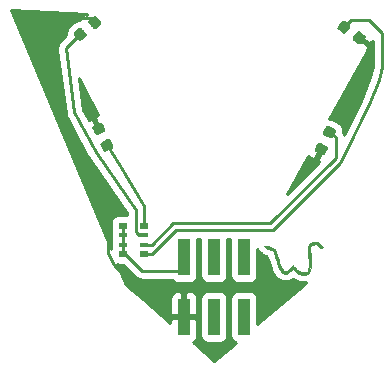
<source format=gbr>
G04 #@! TF.GenerationSoftware,KiCad,Pcbnew,5.1.2*
G04 #@! TF.CreationDate,2019-07-09T10:29:53-05:00*
G04 #@! TF.ProjectId,Goron's_Ruby,476f726f-6e27-4735-9f52-7562792e6b69,rev?*
G04 #@! TF.SameCoordinates,Original*
G04 #@! TF.FileFunction,Copper,L2,Bot*
G04 #@! TF.FilePolarity,Positive*
%FSLAX46Y46*%
G04 Gerber Fmt 4.6, Leading zero omitted, Abs format (unit mm)*
G04 Created by KiCad (PCBNEW 5.1.2) date 2019-07-09 10:29:53*
%MOMM*%
%LPD*%
G04 APERTURE LIST*
%ADD10C,0.010000*%
%ADD11C,0.100000*%
%ADD12C,0.875000*%
%ADD13R,1.000000X3.150000*%
%ADD14R,0.800000X0.500000*%
%ADD15R,0.800000X0.400000*%
%ADD16C,0.600000*%
%ADD17C,0.250000*%
%ADD18C,0.254000*%
G04 APERTURE END LIST*
D10*
G36*
X154860587Y-114799101D02*
G01*
X154677524Y-114891441D01*
X154541592Y-115025243D01*
X154534211Y-115036445D01*
X154495704Y-115106560D01*
X154474213Y-115181161D01*
X154467740Y-115281906D01*
X154474287Y-115430454D01*
X154485088Y-115569000D01*
X154498682Y-115777176D01*
X154509873Y-116035106D01*
X154517394Y-116307886D01*
X154519962Y-116529064D01*
X154519221Y-116761042D01*
X154514387Y-116925025D01*
X154503305Y-117037664D01*
X154483820Y-117115610D01*
X154453775Y-117175512D01*
X154432268Y-117206397D01*
X154346398Y-117291274D01*
X154232822Y-117331004D01*
X154159984Y-117339227D01*
X153912110Y-117320096D01*
X153684281Y-117222890D01*
X153470656Y-117044818D01*
X153415776Y-116983825D01*
X153311108Y-116870241D01*
X153220934Y-116788178D01*
X153163859Y-116754453D01*
X153161888Y-116754334D01*
X153106245Y-116787452D01*
X153032818Y-116871096D01*
X153000495Y-116918393D01*
X152853131Y-117109127D01*
X152703087Y-117223226D01*
X152555716Y-117259020D01*
X152416369Y-117214837D01*
X152322029Y-117130223D01*
X152241347Y-117021415D01*
X152171066Y-116893458D01*
X152103918Y-116729221D01*
X152032636Y-116511574D01*
X151974015Y-116309834D01*
X151914550Y-116099010D01*
X151852317Y-115879557D01*
X151798667Y-115691471D01*
X151787754Y-115653442D01*
X151708584Y-115378050D01*
X151280435Y-115214582D01*
X151062433Y-115135972D01*
X150914002Y-115093703D01*
X150828999Y-115086227D01*
X150807855Y-115095545D01*
X150777323Y-115154474D01*
X150810260Y-115214145D01*
X150912714Y-115279634D01*
X151090730Y-115356021D01*
X151140113Y-115374600D01*
X151299737Y-115436840D01*
X151430704Y-115493866D01*
X151510730Y-115535783D01*
X151521473Y-115543933D01*
X151549685Y-115600037D01*
X151593474Y-115721746D01*
X151647447Y-115892637D01*
X151706210Y-116096288D01*
X151722749Y-116156804D01*
X151833263Y-116538610D01*
X151939349Y-116843568D01*
X152045154Y-117079062D01*
X152154827Y-117252475D01*
X152272515Y-117371190D01*
X152402365Y-117442591D01*
X152453931Y-117458398D01*
X152627621Y-117461191D01*
X152811426Y-117394646D01*
X152983741Y-117267924D01*
X153037431Y-117210944D01*
X153188489Y-117034467D01*
X153358458Y-117211355D01*
X153542966Y-117377866D01*
X153726288Y-117480737D01*
X153939082Y-117534778D01*
X154053587Y-117547186D01*
X154211029Y-117553485D01*
X154320094Y-117537957D01*
X154415756Y-117493620D01*
X154457666Y-117466552D01*
X154585913Y-117338677D01*
X154677302Y-117151493D01*
X154732345Y-116901317D01*
X154751551Y-116584461D01*
X154735431Y-116197242D01*
X154690818Y-115783076D01*
X154662055Y-115531873D01*
X154654811Y-115348459D01*
X154672863Y-115217833D01*
X154719991Y-115124997D01*
X154799973Y-115054951D01*
X154886298Y-115007122D01*
X155031342Y-114962101D01*
X155169703Y-114980585D01*
X155317459Y-115067350D01*
X155433421Y-115169650D01*
X155528884Y-115255110D01*
X155591491Y-115285811D01*
X155643708Y-115271090D01*
X155656473Y-115262361D01*
X155703927Y-115217661D01*
X155697648Y-115168669D01*
X155659475Y-115109482D01*
X155550040Y-114996072D01*
X155397499Y-114889287D01*
X155232595Y-114806782D01*
X155086072Y-114766212D01*
X155059026Y-114764667D01*
X154860587Y-114799101D01*
X154860587Y-114799101D01*
G37*
X154860587Y-114799101D02*
X154677524Y-114891441D01*
X154541592Y-115025243D01*
X154534211Y-115036445D01*
X154495704Y-115106560D01*
X154474213Y-115181161D01*
X154467740Y-115281906D01*
X154474287Y-115430454D01*
X154485088Y-115569000D01*
X154498682Y-115777176D01*
X154509873Y-116035106D01*
X154517394Y-116307886D01*
X154519962Y-116529064D01*
X154519221Y-116761042D01*
X154514387Y-116925025D01*
X154503305Y-117037664D01*
X154483820Y-117115610D01*
X154453775Y-117175512D01*
X154432268Y-117206397D01*
X154346398Y-117291274D01*
X154232822Y-117331004D01*
X154159984Y-117339227D01*
X153912110Y-117320096D01*
X153684281Y-117222890D01*
X153470656Y-117044818D01*
X153415776Y-116983825D01*
X153311108Y-116870241D01*
X153220934Y-116788178D01*
X153163859Y-116754453D01*
X153161888Y-116754334D01*
X153106245Y-116787452D01*
X153032818Y-116871096D01*
X153000495Y-116918393D01*
X152853131Y-117109127D01*
X152703087Y-117223226D01*
X152555716Y-117259020D01*
X152416369Y-117214837D01*
X152322029Y-117130223D01*
X152241347Y-117021415D01*
X152171066Y-116893458D01*
X152103918Y-116729221D01*
X152032636Y-116511574D01*
X151974015Y-116309834D01*
X151914550Y-116099010D01*
X151852317Y-115879557D01*
X151798667Y-115691471D01*
X151787754Y-115653442D01*
X151708584Y-115378050D01*
X151280435Y-115214582D01*
X151062433Y-115135972D01*
X150914002Y-115093703D01*
X150828999Y-115086227D01*
X150807855Y-115095545D01*
X150777323Y-115154474D01*
X150810260Y-115214145D01*
X150912714Y-115279634D01*
X151090730Y-115356021D01*
X151140113Y-115374600D01*
X151299737Y-115436840D01*
X151430704Y-115493866D01*
X151510730Y-115535783D01*
X151521473Y-115543933D01*
X151549685Y-115600037D01*
X151593474Y-115721746D01*
X151647447Y-115892637D01*
X151706210Y-116096288D01*
X151722749Y-116156804D01*
X151833263Y-116538610D01*
X151939349Y-116843568D01*
X152045154Y-117079062D01*
X152154827Y-117252475D01*
X152272515Y-117371190D01*
X152402365Y-117442591D01*
X152453931Y-117458398D01*
X152627621Y-117461191D01*
X152811426Y-117394646D01*
X152983741Y-117267924D01*
X153037431Y-117210944D01*
X153188489Y-117034467D01*
X153358458Y-117211355D01*
X153542966Y-117377866D01*
X153726288Y-117480737D01*
X153939082Y-117534778D01*
X154053587Y-117547186D01*
X154211029Y-117553485D01*
X154320094Y-117537957D01*
X154415756Y-117493620D01*
X154457666Y-117466552D01*
X154585913Y-117338677D01*
X154677302Y-117151493D01*
X154732345Y-116901317D01*
X154751551Y-116584461D01*
X154735431Y-116197242D01*
X154690818Y-115783076D01*
X154662055Y-115531873D01*
X154654811Y-115348459D01*
X154672863Y-115217833D01*
X154719991Y-115124997D01*
X154799973Y-115054951D01*
X154886298Y-115007122D01*
X155031342Y-114962101D01*
X155169703Y-114980585D01*
X155317459Y-115067350D01*
X155433421Y-115169650D01*
X155528884Y-115255110D01*
X155591491Y-115285811D01*
X155643708Y-115271090D01*
X155656473Y-115262361D01*
X155703927Y-115217661D01*
X155697648Y-115168669D01*
X155659475Y-115109482D01*
X155550040Y-114996072D01*
X155397499Y-114889287D01*
X155232595Y-114806782D01*
X155086072Y-114766212D01*
X155059026Y-114764667D01*
X154860587Y-114799101D01*
D11*
G36*
X136918704Y-104666504D02*
G01*
X136939807Y-104670439D01*
X136960423Y-104676424D01*
X136980353Y-104684400D01*
X136999406Y-104694292D01*
X137017397Y-104706003D01*
X137034153Y-104719422D01*
X137049514Y-104734418D01*
X137063330Y-104750848D01*
X137075470Y-104768553D01*
X137085816Y-104787362D01*
X137277604Y-105180585D01*
X137286057Y-105200318D01*
X137292534Y-105220785D01*
X137296975Y-105241788D01*
X137299335Y-105263124D01*
X137299593Y-105284590D01*
X137297745Y-105305977D01*
X137293810Y-105327081D01*
X137287825Y-105347697D01*
X137279849Y-105367627D01*
X137269957Y-105386679D01*
X137258246Y-105404671D01*
X137244827Y-105421427D01*
X137229831Y-105436788D01*
X137213401Y-105450604D01*
X137195696Y-105462744D01*
X137176887Y-105473090D01*
X136716255Y-105697755D01*
X136696522Y-105706208D01*
X136676055Y-105712685D01*
X136655052Y-105717126D01*
X136633715Y-105719486D01*
X136612250Y-105719744D01*
X136590862Y-105717896D01*
X136569759Y-105713961D01*
X136549143Y-105707976D01*
X136529213Y-105700000D01*
X136510160Y-105690108D01*
X136492169Y-105678397D01*
X136475413Y-105664978D01*
X136460052Y-105649982D01*
X136446236Y-105633552D01*
X136434096Y-105615847D01*
X136423750Y-105597038D01*
X136231962Y-105203815D01*
X136223509Y-105184082D01*
X136217032Y-105163615D01*
X136212591Y-105142612D01*
X136210231Y-105121276D01*
X136209973Y-105099810D01*
X136211821Y-105078423D01*
X136215756Y-105057319D01*
X136221741Y-105036703D01*
X136229717Y-105016773D01*
X136239609Y-104997721D01*
X136251320Y-104979729D01*
X136264739Y-104962973D01*
X136279735Y-104947612D01*
X136296165Y-104933796D01*
X136313870Y-104921656D01*
X136332679Y-104911310D01*
X136793311Y-104686645D01*
X136813044Y-104678192D01*
X136833511Y-104671715D01*
X136854514Y-104667274D01*
X136875851Y-104664914D01*
X136897316Y-104664656D01*
X136918704Y-104666504D01*
X136918704Y-104666504D01*
G37*
D12*
X136754783Y-105192200D03*
D11*
G36*
X137609138Y-106082104D02*
G01*
X137630241Y-106086039D01*
X137650857Y-106092024D01*
X137670787Y-106100000D01*
X137689840Y-106109892D01*
X137707831Y-106121603D01*
X137724587Y-106135022D01*
X137739948Y-106150018D01*
X137753764Y-106166448D01*
X137765904Y-106184153D01*
X137776250Y-106202962D01*
X137968038Y-106596185D01*
X137976491Y-106615918D01*
X137982968Y-106636385D01*
X137987409Y-106657388D01*
X137989769Y-106678724D01*
X137990027Y-106700190D01*
X137988179Y-106721577D01*
X137984244Y-106742681D01*
X137978259Y-106763297D01*
X137970283Y-106783227D01*
X137960391Y-106802279D01*
X137948680Y-106820271D01*
X137935261Y-106837027D01*
X137920265Y-106852388D01*
X137903835Y-106866204D01*
X137886130Y-106878344D01*
X137867321Y-106888690D01*
X137406689Y-107113355D01*
X137386956Y-107121808D01*
X137366489Y-107128285D01*
X137345486Y-107132726D01*
X137324149Y-107135086D01*
X137302684Y-107135344D01*
X137281296Y-107133496D01*
X137260193Y-107129561D01*
X137239577Y-107123576D01*
X137219647Y-107115600D01*
X137200594Y-107105708D01*
X137182603Y-107093997D01*
X137165847Y-107080578D01*
X137150486Y-107065582D01*
X137136670Y-107049152D01*
X137124530Y-107031447D01*
X137114184Y-107012638D01*
X136922396Y-106619415D01*
X136913943Y-106599682D01*
X136907466Y-106579215D01*
X136903025Y-106558212D01*
X136900665Y-106536876D01*
X136900407Y-106515410D01*
X136902255Y-106494023D01*
X136906190Y-106472919D01*
X136912175Y-106452303D01*
X136920151Y-106432373D01*
X136930043Y-106413321D01*
X136941754Y-106395329D01*
X136955173Y-106378573D01*
X136970169Y-106363212D01*
X136986599Y-106349396D01*
X137004304Y-106337256D01*
X137023113Y-106326910D01*
X137483745Y-106102245D01*
X137503478Y-106093792D01*
X137523945Y-106087315D01*
X137544948Y-106082874D01*
X137566285Y-106080514D01*
X137587750Y-106080256D01*
X137609138Y-106082104D01*
X137609138Y-106082104D01*
G37*
D12*
X137445217Y-106607800D03*
D11*
G36*
X135223975Y-96624915D02*
G01*
X135245128Y-96628573D01*
X135265821Y-96634287D01*
X135285853Y-96642002D01*
X135305034Y-96651644D01*
X135323177Y-96663119D01*
X135340107Y-96676317D01*
X135355663Y-96691111D01*
X135369693Y-96707358D01*
X135685220Y-97111214D01*
X135697591Y-97128758D01*
X135708182Y-97147431D01*
X135716892Y-97167052D01*
X135723637Y-97187432D01*
X135728352Y-97208375D01*
X135730991Y-97229679D01*
X135731530Y-97251139D01*
X135729962Y-97272549D01*
X135726304Y-97293702D01*
X135720590Y-97314395D01*
X135712875Y-97334427D01*
X135703233Y-97353608D01*
X135691758Y-97371750D01*
X135678560Y-97388681D01*
X135663766Y-97404237D01*
X135647519Y-97418267D01*
X135302764Y-97687619D01*
X135285219Y-97699990D01*
X135266547Y-97710581D01*
X135246926Y-97719291D01*
X135226546Y-97726036D01*
X135205603Y-97730751D01*
X135184299Y-97733390D01*
X135162839Y-97733929D01*
X135141429Y-97732361D01*
X135120276Y-97728703D01*
X135099583Y-97722989D01*
X135079551Y-97715274D01*
X135060370Y-97705632D01*
X135042227Y-97694157D01*
X135025297Y-97680959D01*
X135009741Y-97666165D01*
X134995711Y-97649918D01*
X134680184Y-97246062D01*
X134667813Y-97228518D01*
X134657222Y-97209845D01*
X134648512Y-97190224D01*
X134641767Y-97169844D01*
X134637052Y-97148901D01*
X134634413Y-97127597D01*
X134633874Y-97106137D01*
X134635442Y-97084727D01*
X134639100Y-97063574D01*
X134644814Y-97042881D01*
X134652529Y-97022849D01*
X134662171Y-97003668D01*
X134673646Y-96985526D01*
X134686844Y-96968595D01*
X134701638Y-96953039D01*
X134717885Y-96939009D01*
X135062640Y-96669657D01*
X135080185Y-96657286D01*
X135098857Y-96646695D01*
X135118478Y-96637985D01*
X135138858Y-96631240D01*
X135159801Y-96626525D01*
X135181105Y-96623886D01*
X135202565Y-96623347D01*
X135223975Y-96624915D01*
X135223975Y-96624915D01*
G37*
D12*
X135182702Y-97178638D03*
D11*
G36*
X136465091Y-95655249D02*
G01*
X136486244Y-95658907D01*
X136506937Y-95664621D01*
X136526969Y-95672336D01*
X136546150Y-95681978D01*
X136564293Y-95693453D01*
X136581223Y-95706651D01*
X136596779Y-95721445D01*
X136610809Y-95737692D01*
X136926336Y-96141548D01*
X136938707Y-96159092D01*
X136949298Y-96177765D01*
X136958008Y-96197386D01*
X136964753Y-96217766D01*
X136969468Y-96238709D01*
X136972107Y-96260013D01*
X136972646Y-96281473D01*
X136971078Y-96302883D01*
X136967420Y-96324036D01*
X136961706Y-96344729D01*
X136953991Y-96364761D01*
X136944349Y-96383942D01*
X136932874Y-96402084D01*
X136919676Y-96419015D01*
X136904882Y-96434571D01*
X136888635Y-96448601D01*
X136543880Y-96717953D01*
X136526335Y-96730324D01*
X136507663Y-96740915D01*
X136488042Y-96749625D01*
X136467662Y-96756370D01*
X136446719Y-96761085D01*
X136425415Y-96763724D01*
X136403955Y-96764263D01*
X136382545Y-96762695D01*
X136361392Y-96759037D01*
X136340699Y-96753323D01*
X136320667Y-96745608D01*
X136301486Y-96735966D01*
X136283343Y-96724491D01*
X136266413Y-96711293D01*
X136250857Y-96696499D01*
X136236827Y-96680252D01*
X135921300Y-96276396D01*
X135908929Y-96258852D01*
X135898338Y-96240179D01*
X135889628Y-96220558D01*
X135882883Y-96200178D01*
X135878168Y-96179235D01*
X135875529Y-96157931D01*
X135874990Y-96136471D01*
X135876558Y-96115061D01*
X135880216Y-96093908D01*
X135885930Y-96073215D01*
X135893645Y-96053183D01*
X135903287Y-96034002D01*
X135914762Y-96015860D01*
X135927960Y-95998929D01*
X135942754Y-95983373D01*
X135959001Y-95969343D01*
X136303756Y-95699991D01*
X136321301Y-95687620D01*
X136339973Y-95677029D01*
X136359594Y-95668319D01*
X136379974Y-95661574D01*
X136400917Y-95656859D01*
X136422221Y-95654220D01*
X136443681Y-95653681D01*
X136465091Y-95655249D01*
X136465091Y-95655249D01*
G37*
D12*
X136423818Y-96208972D03*
D11*
G36*
X156169367Y-104957114D02*
G01*
X156190703Y-104959474D01*
X156211706Y-104963915D01*
X156232173Y-104970392D01*
X156251906Y-104978845D01*
X156712538Y-105203510D01*
X156731347Y-105213856D01*
X156749052Y-105225996D01*
X156765482Y-105239812D01*
X156780478Y-105255173D01*
X156793897Y-105271929D01*
X156805608Y-105289920D01*
X156815500Y-105308973D01*
X156823476Y-105328903D01*
X156829461Y-105349519D01*
X156833396Y-105370622D01*
X156835244Y-105392010D01*
X156834986Y-105413475D01*
X156832626Y-105434812D01*
X156828185Y-105455815D01*
X156821708Y-105476282D01*
X156813255Y-105496015D01*
X156621467Y-105889238D01*
X156611121Y-105908047D01*
X156598981Y-105925752D01*
X156585165Y-105942182D01*
X156569804Y-105957178D01*
X156553048Y-105970597D01*
X156535056Y-105982308D01*
X156516004Y-105992200D01*
X156496074Y-106000176D01*
X156475458Y-106006161D01*
X156454354Y-106010096D01*
X156432967Y-106011944D01*
X156411501Y-106011686D01*
X156390165Y-106009326D01*
X156369162Y-106004885D01*
X156348695Y-105998408D01*
X156328962Y-105989955D01*
X155868330Y-105765290D01*
X155849521Y-105754944D01*
X155831816Y-105742804D01*
X155815386Y-105728988D01*
X155800390Y-105713627D01*
X155786971Y-105696871D01*
X155775260Y-105678880D01*
X155765368Y-105659827D01*
X155757392Y-105639897D01*
X155751407Y-105619281D01*
X155747472Y-105598178D01*
X155745624Y-105576790D01*
X155745882Y-105555325D01*
X155748242Y-105533988D01*
X155752683Y-105512985D01*
X155759160Y-105492518D01*
X155767613Y-105472785D01*
X155959401Y-105079562D01*
X155969747Y-105060753D01*
X155981887Y-105043048D01*
X155995703Y-105026618D01*
X156011064Y-105011622D01*
X156027820Y-104998203D01*
X156045812Y-104986492D01*
X156064864Y-104976600D01*
X156084794Y-104968624D01*
X156105410Y-104962639D01*
X156126514Y-104958704D01*
X156147901Y-104956856D01*
X156169367Y-104957114D01*
X156169367Y-104957114D01*
G37*
D12*
X156290434Y-105484400D03*
D11*
G36*
X155478933Y-106372714D02*
G01*
X155500269Y-106375074D01*
X155521272Y-106379515D01*
X155541739Y-106385992D01*
X155561472Y-106394445D01*
X156022104Y-106619110D01*
X156040913Y-106629456D01*
X156058618Y-106641596D01*
X156075048Y-106655412D01*
X156090044Y-106670773D01*
X156103463Y-106687529D01*
X156115174Y-106705520D01*
X156125066Y-106724573D01*
X156133042Y-106744503D01*
X156139027Y-106765119D01*
X156142962Y-106786222D01*
X156144810Y-106807610D01*
X156144552Y-106829075D01*
X156142192Y-106850412D01*
X156137751Y-106871415D01*
X156131274Y-106891882D01*
X156122821Y-106911615D01*
X155931033Y-107304838D01*
X155920687Y-107323647D01*
X155908547Y-107341352D01*
X155894731Y-107357782D01*
X155879370Y-107372778D01*
X155862614Y-107386197D01*
X155844622Y-107397908D01*
X155825570Y-107407800D01*
X155805640Y-107415776D01*
X155785024Y-107421761D01*
X155763920Y-107425696D01*
X155742533Y-107427544D01*
X155721067Y-107427286D01*
X155699731Y-107424926D01*
X155678728Y-107420485D01*
X155658261Y-107414008D01*
X155638528Y-107405555D01*
X155177896Y-107180890D01*
X155159087Y-107170544D01*
X155141382Y-107158404D01*
X155124952Y-107144588D01*
X155109956Y-107129227D01*
X155096537Y-107112471D01*
X155084826Y-107094480D01*
X155074934Y-107075427D01*
X155066958Y-107055497D01*
X155060973Y-107034881D01*
X155057038Y-107013778D01*
X155055190Y-106992390D01*
X155055448Y-106970925D01*
X155057808Y-106949588D01*
X155062249Y-106928585D01*
X155068726Y-106908118D01*
X155077179Y-106888385D01*
X155268967Y-106495162D01*
X155279313Y-106476353D01*
X155291453Y-106458648D01*
X155305269Y-106442218D01*
X155320630Y-106427222D01*
X155337386Y-106413803D01*
X155355378Y-106402092D01*
X155374430Y-106392200D01*
X155394360Y-106384224D01*
X155414976Y-106378239D01*
X155436080Y-106374304D01*
X155457467Y-106372456D01*
X155478933Y-106372714D01*
X155478933Y-106372714D01*
G37*
D12*
X155600000Y-106900000D03*
D11*
G36*
X158793974Y-96947445D02*
G01*
X158815135Y-96951057D01*
X158835840Y-96956726D01*
X158855889Y-96964397D01*
X158875091Y-96973997D01*
X158893259Y-96985433D01*
X159251638Y-97236373D01*
X159268597Y-97249534D01*
X159284185Y-97264294D01*
X159298251Y-97280510D01*
X159310660Y-97298028D01*
X159321292Y-97316677D01*
X159330045Y-97336279D01*
X159336834Y-97356644D01*
X159341595Y-97377577D01*
X159344281Y-97398875D01*
X159344866Y-97420334D01*
X159343345Y-97441747D01*
X159339733Y-97462908D01*
X159334064Y-97483613D01*
X159326392Y-97503663D01*
X159316793Y-97522864D01*
X159305358Y-97541031D01*
X159011401Y-97960847D01*
X158998240Y-97977807D01*
X158983480Y-97993395D01*
X158967263Y-98007461D01*
X158949746Y-98019870D01*
X158931096Y-98030502D01*
X158911495Y-98039255D01*
X158891130Y-98046044D01*
X158870197Y-98050805D01*
X158848899Y-98053491D01*
X158827439Y-98054076D01*
X158806026Y-98052555D01*
X158784865Y-98048943D01*
X158764160Y-98043274D01*
X158744111Y-98035603D01*
X158724909Y-98026003D01*
X158706741Y-98014567D01*
X158348362Y-97763627D01*
X158331403Y-97750466D01*
X158315815Y-97735706D01*
X158301749Y-97719490D01*
X158289340Y-97701972D01*
X158278708Y-97683323D01*
X158269955Y-97663721D01*
X158263166Y-97643356D01*
X158258405Y-97622423D01*
X158255719Y-97601125D01*
X158255134Y-97579666D01*
X158256655Y-97558253D01*
X158260267Y-97537092D01*
X158265936Y-97516387D01*
X158273608Y-97496337D01*
X158283207Y-97477136D01*
X158294642Y-97458969D01*
X158588599Y-97039153D01*
X158601760Y-97022193D01*
X158616520Y-97006605D01*
X158632737Y-96992539D01*
X158650254Y-96980130D01*
X158668904Y-96969498D01*
X158688505Y-96960745D01*
X158708870Y-96953956D01*
X158729803Y-96949195D01*
X158751101Y-96946509D01*
X158772561Y-96945924D01*
X158793974Y-96947445D01*
X158793974Y-96947445D01*
G37*
D12*
X158800000Y-97500000D03*
D11*
G36*
X157503810Y-96044063D02*
G01*
X157524971Y-96047675D01*
X157545676Y-96053344D01*
X157565725Y-96061015D01*
X157584927Y-96070615D01*
X157603095Y-96082051D01*
X157961474Y-96332991D01*
X157978433Y-96346152D01*
X157994021Y-96360912D01*
X158008087Y-96377128D01*
X158020496Y-96394646D01*
X158031128Y-96413295D01*
X158039881Y-96432897D01*
X158046670Y-96453262D01*
X158051431Y-96474195D01*
X158054117Y-96495493D01*
X158054702Y-96516952D01*
X158053181Y-96538365D01*
X158049569Y-96559526D01*
X158043900Y-96580231D01*
X158036228Y-96600281D01*
X158026629Y-96619482D01*
X158015194Y-96637649D01*
X157721237Y-97057465D01*
X157708076Y-97074425D01*
X157693316Y-97090013D01*
X157677099Y-97104079D01*
X157659582Y-97116488D01*
X157640932Y-97127120D01*
X157621331Y-97135873D01*
X157600966Y-97142662D01*
X157580033Y-97147423D01*
X157558735Y-97150109D01*
X157537275Y-97150694D01*
X157515862Y-97149173D01*
X157494701Y-97145561D01*
X157473996Y-97139892D01*
X157453947Y-97132221D01*
X157434745Y-97122621D01*
X157416577Y-97111185D01*
X157058198Y-96860245D01*
X157041239Y-96847084D01*
X157025651Y-96832324D01*
X157011585Y-96816108D01*
X156999176Y-96798590D01*
X156988544Y-96779941D01*
X156979791Y-96760339D01*
X156973002Y-96739974D01*
X156968241Y-96719041D01*
X156965555Y-96697743D01*
X156964970Y-96676284D01*
X156966491Y-96654871D01*
X156970103Y-96633710D01*
X156975772Y-96613005D01*
X156983444Y-96592955D01*
X156993043Y-96573754D01*
X157004478Y-96555587D01*
X157298435Y-96135771D01*
X157311596Y-96118811D01*
X157326356Y-96103223D01*
X157342573Y-96089157D01*
X157360090Y-96076748D01*
X157378740Y-96066116D01*
X157398341Y-96057363D01*
X157418706Y-96050574D01*
X157439639Y-96045813D01*
X157460937Y-96043127D01*
X157482397Y-96042542D01*
X157503810Y-96044063D01*
X157503810Y-96044063D01*
G37*
D12*
X157509836Y-96596618D03*
D13*
X143960000Y-116075000D03*
X143960000Y-121125000D03*
X146500000Y-116075000D03*
X146500000Y-121125000D03*
X149040000Y-116075000D03*
X149040000Y-121125000D03*
D14*
X140600000Y-113400000D03*
D15*
X140600000Y-115000000D03*
X140600000Y-114200000D03*
D14*
X140600000Y-115800000D03*
D15*
X138800000Y-114200000D03*
D14*
X138800000Y-113400000D03*
D15*
X138800000Y-115000000D03*
D14*
X138800000Y-115800000D03*
D16*
X154620000Y-108100000D03*
X158820000Y-101130000D03*
X141780000Y-119610000D03*
X136010000Y-103370000D03*
X132870000Y-96740000D03*
D17*
X139300000Y-118050000D02*
X139300000Y-118020000D01*
X137570000Y-115687147D02*
X137570000Y-114430000D01*
X139300000Y-118020000D02*
X138003395Y-116723395D01*
X138003395Y-116723395D02*
X137570000Y-115687147D01*
X136014710Y-95799864D02*
X135099864Y-95799864D01*
X136423818Y-96208972D02*
X136014710Y-95799864D01*
X135099864Y-95799864D02*
X135000000Y-95700000D01*
X140600000Y-111700000D02*
X140600000Y-113300000D01*
X137445217Y-106607800D02*
X138500000Y-108200000D01*
X138500000Y-108200000D02*
X140600000Y-111700000D01*
X139874999Y-113910001D02*
X140164998Y-114200000D01*
X134000000Y-98361340D02*
X134700000Y-103800000D01*
X140164998Y-114200000D02*
X140500000Y-114200000D01*
X135182702Y-97178638D02*
X134000000Y-98361340D01*
X134700000Y-103800000D02*
X136500000Y-107200000D01*
X136500000Y-107200000D02*
X139874999Y-112074999D01*
X139874999Y-112074999D02*
X139874999Y-113910001D01*
X141250000Y-115000000D02*
X143040000Y-113210000D01*
X143040000Y-113210000D02*
X151290000Y-113210000D01*
X140600000Y-115000000D02*
X141250000Y-115000000D01*
X156800000Y-105900000D02*
X156500000Y-105600000D01*
X151290000Y-113210000D02*
X156800000Y-107700000D01*
X156800000Y-107700000D02*
X156800000Y-105900000D01*
X158100000Y-96000000D02*
X157600000Y-96500000D01*
X157200000Y-108060000D02*
X157640000Y-107270000D01*
X157640000Y-107270000D02*
X159630000Y-103133589D01*
X151530000Y-113730000D02*
X157200000Y-108060000D01*
X143320000Y-113730000D02*
X151530000Y-113730000D01*
X140600000Y-115800000D02*
X141250000Y-115800000D01*
X141250000Y-115800000D02*
X143320000Y-113730000D01*
X159630000Y-103133589D02*
X160440000Y-101080000D01*
X159660000Y-96000000D02*
X158100000Y-96000000D01*
X160440000Y-101080000D02*
X160710000Y-99957433D01*
X160710000Y-99957433D02*
X160710000Y-97050000D01*
X160710000Y-97050000D02*
X159660000Y-96000000D01*
X138800000Y-113400000D02*
X138800000Y-115600000D01*
X138800000Y-115600000D02*
X140400000Y-117200000D01*
X140400000Y-117200000D02*
X144000000Y-117200000D01*
D18*
G36*
X145361928Y-114500000D02*
G01*
X145361928Y-117650000D01*
X145374188Y-117774482D01*
X145410498Y-117894180D01*
X145469463Y-118004494D01*
X145548815Y-118101185D01*
X145645506Y-118180537D01*
X145755820Y-118239502D01*
X145875518Y-118275812D01*
X146000000Y-118288072D01*
X147000000Y-118288072D01*
X147124482Y-118275812D01*
X147244180Y-118239502D01*
X147354494Y-118180537D01*
X147451185Y-118101185D01*
X147530537Y-118004494D01*
X147589502Y-117894180D01*
X147625812Y-117774482D01*
X147638072Y-117650000D01*
X147638072Y-114500000D01*
X147637087Y-114490000D01*
X147902913Y-114490000D01*
X147901928Y-114500000D01*
X147901928Y-117650000D01*
X147914188Y-117774482D01*
X147950498Y-117894180D01*
X148009463Y-118004494D01*
X148088815Y-118101185D01*
X148185506Y-118180537D01*
X148295820Y-118239502D01*
X148415518Y-118275812D01*
X148540000Y-118288072D01*
X149540000Y-118288072D01*
X149664482Y-118275812D01*
X149784180Y-118239502D01*
X149894494Y-118180537D01*
X149991185Y-118101185D01*
X150070537Y-118004494D01*
X150129502Y-117894180D01*
X150165812Y-117774482D01*
X150178072Y-117650000D01*
X150178072Y-115372880D01*
X150189924Y-115400786D01*
X150212749Y-115455899D01*
X150215415Y-115460808D01*
X150215471Y-115460941D01*
X150215549Y-115461056D01*
X150217013Y-115463752D01*
X150249950Y-115523423D01*
X150266780Y-115547912D01*
X150281011Y-115574000D01*
X150302069Y-115599263D01*
X150320694Y-115626364D01*
X150341961Y-115647119D01*
X150360987Y-115669944D01*
X150386551Y-115690636D01*
X150410085Y-115713604D01*
X150434971Y-115729829D01*
X150458074Y-115748529D01*
X150465570Y-115753394D01*
X150568024Y-115818882D01*
X150610612Y-115840570D01*
X150652155Y-115864193D01*
X150660342Y-115867774D01*
X150838358Y-115944161D01*
X150848006Y-115947226D01*
X150857027Y-115951826D01*
X150865369Y-115955031D01*
X150911118Y-115972242D01*
X151014111Y-116012401D01*
X151034747Y-116077740D01*
X151090041Y-116269366D01*
X151105390Y-116325528D01*
X151105504Y-116325827D01*
X151105559Y-116326147D01*
X151107984Y-116334748D01*
X151218498Y-116716555D01*
X151223143Y-116728201D01*
X151225916Y-116740427D01*
X151228793Y-116748887D01*
X151334879Y-117053845D01*
X151344755Y-117075238D01*
X151351958Y-117097680D01*
X151355564Y-117105856D01*
X151461369Y-117341351D01*
X151481674Y-117376813D01*
X151499527Y-117413564D01*
X151504251Y-117421150D01*
X151613924Y-117594562D01*
X151615442Y-117596511D01*
X151616569Y-117598709D01*
X151653835Y-117645810D01*
X151690671Y-117693109D01*
X151692535Y-117694723D01*
X151694070Y-117696663D01*
X151700317Y-117703053D01*
X151818005Y-117821768D01*
X151837141Y-117837626D01*
X151854282Y-117855629D01*
X151885124Y-117877390D01*
X151914179Y-117901468D01*
X151936027Y-117913305D01*
X151956341Y-117927638D01*
X151964142Y-117931998D01*
X152093992Y-118003399D01*
X152150111Y-118027458D01*
X152206269Y-118051809D01*
X152208680Y-118052567D01*
X152208793Y-118052615D01*
X152208920Y-118052642D01*
X152214795Y-118054488D01*
X152266360Y-118070294D01*
X152288956Y-118074868D01*
X152310820Y-118082192D01*
X152350043Y-118087232D01*
X152388784Y-118095073D01*
X152411829Y-118095170D01*
X152434707Y-118098110D01*
X152443641Y-118098315D01*
X152617330Y-118101108D01*
X152666404Y-118097092D01*
X152715612Y-118095113D01*
X152728552Y-118092006D01*
X152741820Y-118090920D01*
X152789179Y-118077448D01*
X152837065Y-118065950D01*
X152845489Y-118062966D01*
X153029293Y-117996422D01*
X153051658Y-117985753D01*
X153075112Y-117977800D01*
X153107892Y-117958927D01*
X153142029Y-117942643D01*
X153161881Y-117927844D01*
X153183359Y-117915479D01*
X153190594Y-117910234D01*
X153191118Y-117909848D01*
X153214636Y-117927228D01*
X153218516Y-117929059D01*
X153222009Y-117931569D01*
X153229772Y-117935996D01*
X153413094Y-118038867D01*
X153428729Y-118045730D01*
X153443228Y-118054737D01*
X153485798Y-118070780D01*
X153527467Y-118089071D01*
X153544135Y-118092766D01*
X153560109Y-118098786D01*
X153568755Y-118101046D01*
X153781549Y-118155087D01*
X153821652Y-118161187D01*
X153861257Y-118170029D01*
X153870134Y-118171053D01*
X153984639Y-118183461D01*
X154001954Y-118183638D01*
X154019076Y-118186255D01*
X154028002Y-118186674D01*
X154185444Y-118192973D01*
X154238861Y-118189885D01*
X154292383Y-118188294D01*
X154296374Y-118187754D01*
X154245868Y-118301715D01*
X150178072Y-121741501D01*
X150178072Y-119550000D01*
X150165812Y-119425518D01*
X150129502Y-119305820D01*
X150070537Y-119195506D01*
X149991185Y-119098815D01*
X149894494Y-119019463D01*
X149784180Y-118960498D01*
X149664482Y-118924188D01*
X149540000Y-118911928D01*
X148540000Y-118911928D01*
X148415518Y-118924188D01*
X148295820Y-118960498D01*
X148185506Y-119019463D01*
X148088815Y-119098815D01*
X148009463Y-119195506D01*
X147950498Y-119305820D01*
X147914188Y-119425518D01*
X147901928Y-119550000D01*
X147901928Y-122700000D01*
X147914188Y-122824482D01*
X147950498Y-122944180D01*
X148009463Y-123054494D01*
X148088815Y-123151185D01*
X148185506Y-123230537D01*
X148295820Y-123289502D01*
X148333817Y-123301028D01*
X146529308Y-124826947D01*
X144725807Y-123277942D01*
X144814494Y-123230537D01*
X144911185Y-123151185D01*
X144990537Y-123054494D01*
X145049502Y-122944180D01*
X145085812Y-122824482D01*
X145098072Y-122700000D01*
X145095000Y-121410750D01*
X144936250Y-121252000D01*
X144087000Y-121252000D01*
X144087000Y-121272000D01*
X143833000Y-121272000D01*
X143833000Y-121252000D01*
X142983750Y-121252000D01*
X142825000Y-121410750D01*
X142824442Y-121644882D01*
X140385379Y-119550000D01*
X142821928Y-119550000D01*
X142825000Y-120839250D01*
X142983750Y-120998000D01*
X143833000Y-120998000D01*
X143833000Y-119073750D01*
X144087000Y-119073750D01*
X144087000Y-120998000D01*
X144936250Y-120998000D01*
X145095000Y-120839250D01*
X145098072Y-119550000D01*
X145361928Y-119550000D01*
X145361928Y-122700000D01*
X145374188Y-122824482D01*
X145410498Y-122944180D01*
X145469463Y-123054494D01*
X145548815Y-123151185D01*
X145645506Y-123230537D01*
X145755820Y-123289502D01*
X145875518Y-123325812D01*
X146000000Y-123338072D01*
X147000000Y-123338072D01*
X147124482Y-123325812D01*
X147244180Y-123289502D01*
X147354494Y-123230537D01*
X147451185Y-123151185D01*
X147530537Y-123054494D01*
X147589502Y-122944180D01*
X147625812Y-122824482D01*
X147638072Y-122700000D01*
X147638072Y-119550000D01*
X147625812Y-119425518D01*
X147589502Y-119305820D01*
X147530537Y-119195506D01*
X147451185Y-119098815D01*
X147354494Y-119019463D01*
X147244180Y-118960498D01*
X147124482Y-118924188D01*
X147000000Y-118911928D01*
X146000000Y-118911928D01*
X145875518Y-118924188D01*
X145755820Y-118960498D01*
X145645506Y-119019463D01*
X145548815Y-119098815D01*
X145469463Y-119195506D01*
X145410498Y-119305820D01*
X145374188Y-119425518D01*
X145361928Y-119550000D01*
X145098072Y-119550000D01*
X145085812Y-119425518D01*
X145049502Y-119305820D01*
X144990537Y-119195506D01*
X144911185Y-119098815D01*
X144814494Y-119019463D01*
X144704180Y-118960498D01*
X144584482Y-118924188D01*
X144460000Y-118911928D01*
X144245750Y-118915000D01*
X144087000Y-119073750D01*
X143833000Y-119073750D01*
X143674250Y-118915000D01*
X143460000Y-118911928D01*
X143335518Y-118924188D01*
X143215820Y-118960498D01*
X143105506Y-119019463D01*
X143008815Y-119098815D01*
X142929463Y-119195506D01*
X142870498Y-119305820D01*
X142834188Y-119425518D01*
X142821928Y-119550000D01*
X140385379Y-119550000D01*
X139037359Y-118392202D01*
X138321394Y-116680330D01*
X138400000Y-116688072D01*
X138813271Y-116688072D01*
X139836201Y-117711003D01*
X139859999Y-117740001D01*
X139975724Y-117834974D01*
X140107753Y-117905546D01*
X140251014Y-117949003D01*
X140362667Y-117960000D01*
X140362675Y-117960000D01*
X140400000Y-117963676D01*
X140437325Y-117960000D01*
X142905680Y-117960000D01*
X142929463Y-118004494D01*
X143008815Y-118101185D01*
X143105506Y-118180537D01*
X143215820Y-118239502D01*
X143335518Y-118275812D01*
X143460000Y-118288072D01*
X144460000Y-118288072D01*
X144584482Y-118275812D01*
X144704180Y-118239502D01*
X144814494Y-118180537D01*
X144911185Y-118101185D01*
X144990537Y-118004494D01*
X145049502Y-117894180D01*
X145085812Y-117774482D01*
X145098072Y-117650000D01*
X145098072Y-114500000D01*
X145097087Y-114490000D01*
X145362913Y-114490000D01*
X145361928Y-114500000D01*
X145361928Y-114500000D01*
G37*
X145361928Y-114500000D02*
X145361928Y-117650000D01*
X145374188Y-117774482D01*
X145410498Y-117894180D01*
X145469463Y-118004494D01*
X145548815Y-118101185D01*
X145645506Y-118180537D01*
X145755820Y-118239502D01*
X145875518Y-118275812D01*
X146000000Y-118288072D01*
X147000000Y-118288072D01*
X147124482Y-118275812D01*
X147244180Y-118239502D01*
X147354494Y-118180537D01*
X147451185Y-118101185D01*
X147530537Y-118004494D01*
X147589502Y-117894180D01*
X147625812Y-117774482D01*
X147638072Y-117650000D01*
X147638072Y-114500000D01*
X147637087Y-114490000D01*
X147902913Y-114490000D01*
X147901928Y-114500000D01*
X147901928Y-117650000D01*
X147914188Y-117774482D01*
X147950498Y-117894180D01*
X148009463Y-118004494D01*
X148088815Y-118101185D01*
X148185506Y-118180537D01*
X148295820Y-118239502D01*
X148415518Y-118275812D01*
X148540000Y-118288072D01*
X149540000Y-118288072D01*
X149664482Y-118275812D01*
X149784180Y-118239502D01*
X149894494Y-118180537D01*
X149991185Y-118101185D01*
X150070537Y-118004494D01*
X150129502Y-117894180D01*
X150165812Y-117774482D01*
X150178072Y-117650000D01*
X150178072Y-115372880D01*
X150189924Y-115400786D01*
X150212749Y-115455899D01*
X150215415Y-115460808D01*
X150215471Y-115460941D01*
X150215549Y-115461056D01*
X150217013Y-115463752D01*
X150249950Y-115523423D01*
X150266780Y-115547912D01*
X150281011Y-115574000D01*
X150302069Y-115599263D01*
X150320694Y-115626364D01*
X150341961Y-115647119D01*
X150360987Y-115669944D01*
X150386551Y-115690636D01*
X150410085Y-115713604D01*
X150434971Y-115729829D01*
X150458074Y-115748529D01*
X150465570Y-115753394D01*
X150568024Y-115818882D01*
X150610612Y-115840570D01*
X150652155Y-115864193D01*
X150660342Y-115867774D01*
X150838358Y-115944161D01*
X150848006Y-115947226D01*
X150857027Y-115951826D01*
X150865369Y-115955031D01*
X150911118Y-115972242D01*
X151014111Y-116012401D01*
X151034747Y-116077740D01*
X151090041Y-116269366D01*
X151105390Y-116325528D01*
X151105504Y-116325827D01*
X151105559Y-116326147D01*
X151107984Y-116334748D01*
X151218498Y-116716555D01*
X151223143Y-116728201D01*
X151225916Y-116740427D01*
X151228793Y-116748887D01*
X151334879Y-117053845D01*
X151344755Y-117075238D01*
X151351958Y-117097680D01*
X151355564Y-117105856D01*
X151461369Y-117341351D01*
X151481674Y-117376813D01*
X151499527Y-117413564D01*
X151504251Y-117421150D01*
X151613924Y-117594562D01*
X151615442Y-117596511D01*
X151616569Y-117598709D01*
X151653835Y-117645810D01*
X151690671Y-117693109D01*
X151692535Y-117694723D01*
X151694070Y-117696663D01*
X151700317Y-117703053D01*
X151818005Y-117821768D01*
X151837141Y-117837626D01*
X151854282Y-117855629D01*
X151885124Y-117877390D01*
X151914179Y-117901468D01*
X151936027Y-117913305D01*
X151956341Y-117927638D01*
X151964142Y-117931998D01*
X152093992Y-118003399D01*
X152150111Y-118027458D01*
X152206269Y-118051809D01*
X152208680Y-118052567D01*
X152208793Y-118052615D01*
X152208920Y-118052642D01*
X152214795Y-118054488D01*
X152266360Y-118070294D01*
X152288956Y-118074868D01*
X152310820Y-118082192D01*
X152350043Y-118087232D01*
X152388784Y-118095073D01*
X152411829Y-118095170D01*
X152434707Y-118098110D01*
X152443641Y-118098315D01*
X152617330Y-118101108D01*
X152666404Y-118097092D01*
X152715612Y-118095113D01*
X152728552Y-118092006D01*
X152741820Y-118090920D01*
X152789179Y-118077448D01*
X152837065Y-118065950D01*
X152845489Y-118062966D01*
X153029293Y-117996422D01*
X153051658Y-117985753D01*
X153075112Y-117977800D01*
X153107892Y-117958927D01*
X153142029Y-117942643D01*
X153161881Y-117927844D01*
X153183359Y-117915479D01*
X153190594Y-117910234D01*
X153191118Y-117909848D01*
X153214636Y-117927228D01*
X153218516Y-117929059D01*
X153222009Y-117931569D01*
X153229772Y-117935996D01*
X153413094Y-118038867D01*
X153428729Y-118045730D01*
X153443228Y-118054737D01*
X153485798Y-118070780D01*
X153527467Y-118089071D01*
X153544135Y-118092766D01*
X153560109Y-118098786D01*
X153568755Y-118101046D01*
X153781549Y-118155087D01*
X153821652Y-118161187D01*
X153861257Y-118170029D01*
X153870134Y-118171053D01*
X153984639Y-118183461D01*
X154001954Y-118183638D01*
X154019076Y-118186255D01*
X154028002Y-118186674D01*
X154185444Y-118192973D01*
X154238861Y-118189885D01*
X154292383Y-118188294D01*
X154296374Y-118187754D01*
X154245868Y-118301715D01*
X150178072Y-121741501D01*
X150178072Y-119550000D01*
X150165812Y-119425518D01*
X150129502Y-119305820D01*
X150070537Y-119195506D01*
X149991185Y-119098815D01*
X149894494Y-119019463D01*
X149784180Y-118960498D01*
X149664482Y-118924188D01*
X149540000Y-118911928D01*
X148540000Y-118911928D01*
X148415518Y-118924188D01*
X148295820Y-118960498D01*
X148185506Y-119019463D01*
X148088815Y-119098815D01*
X148009463Y-119195506D01*
X147950498Y-119305820D01*
X147914188Y-119425518D01*
X147901928Y-119550000D01*
X147901928Y-122700000D01*
X147914188Y-122824482D01*
X147950498Y-122944180D01*
X148009463Y-123054494D01*
X148088815Y-123151185D01*
X148185506Y-123230537D01*
X148295820Y-123289502D01*
X148333817Y-123301028D01*
X146529308Y-124826947D01*
X144725807Y-123277942D01*
X144814494Y-123230537D01*
X144911185Y-123151185D01*
X144990537Y-123054494D01*
X145049502Y-122944180D01*
X145085812Y-122824482D01*
X145098072Y-122700000D01*
X145095000Y-121410750D01*
X144936250Y-121252000D01*
X144087000Y-121252000D01*
X144087000Y-121272000D01*
X143833000Y-121272000D01*
X143833000Y-121252000D01*
X142983750Y-121252000D01*
X142825000Y-121410750D01*
X142824442Y-121644882D01*
X140385379Y-119550000D01*
X142821928Y-119550000D01*
X142825000Y-120839250D01*
X142983750Y-120998000D01*
X143833000Y-120998000D01*
X143833000Y-119073750D01*
X144087000Y-119073750D01*
X144087000Y-120998000D01*
X144936250Y-120998000D01*
X145095000Y-120839250D01*
X145098072Y-119550000D01*
X145361928Y-119550000D01*
X145361928Y-122700000D01*
X145374188Y-122824482D01*
X145410498Y-122944180D01*
X145469463Y-123054494D01*
X145548815Y-123151185D01*
X145645506Y-123230537D01*
X145755820Y-123289502D01*
X145875518Y-123325812D01*
X146000000Y-123338072D01*
X147000000Y-123338072D01*
X147124482Y-123325812D01*
X147244180Y-123289502D01*
X147354494Y-123230537D01*
X147451185Y-123151185D01*
X147530537Y-123054494D01*
X147589502Y-122944180D01*
X147625812Y-122824482D01*
X147638072Y-122700000D01*
X147638072Y-119550000D01*
X147625812Y-119425518D01*
X147589502Y-119305820D01*
X147530537Y-119195506D01*
X147451185Y-119098815D01*
X147354494Y-119019463D01*
X147244180Y-118960498D01*
X147124482Y-118924188D01*
X147000000Y-118911928D01*
X146000000Y-118911928D01*
X145875518Y-118924188D01*
X145755820Y-118960498D01*
X145645506Y-119019463D01*
X145548815Y-119098815D01*
X145469463Y-119195506D01*
X145410498Y-119305820D01*
X145374188Y-119425518D01*
X145361928Y-119550000D01*
X145098072Y-119550000D01*
X145085812Y-119425518D01*
X145049502Y-119305820D01*
X144990537Y-119195506D01*
X144911185Y-119098815D01*
X144814494Y-119019463D01*
X144704180Y-118960498D01*
X144584482Y-118924188D01*
X144460000Y-118911928D01*
X144245750Y-118915000D01*
X144087000Y-119073750D01*
X143833000Y-119073750D01*
X143674250Y-118915000D01*
X143460000Y-118911928D01*
X143335518Y-118924188D01*
X143215820Y-118960498D01*
X143105506Y-119019463D01*
X143008815Y-119098815D01*
X142929463Y-119195506D01*
X142870498Y-119305820D01*
X142834188Y-119425518D01*
X142821928Y-119550000D01*
X140385379Y-119550000D01*
X139037359Y-118392202D01*
X138321394Y-116680330D01*
X138400000Y-116688072D01*
X138813271Y-116688072D01*
X139836201Y-117711003D01*
X139859999Y-117740001D01*
X139975724Y-117834974D01*
X140107753Y-117905546D01*
X140251014Y-117949003D01*
X140362667Y-117960000D01*
X140362675Y-117960000D01*
X140400000Y-117963676D01*
X140437325Y-117960000D01*
X142905680Y-117960000D01*
X142929463Y-118004494D01*
X143008815Y-118101185D01*
X143105506Y-118180537D01*
X143215820Y-118239502D01*
X143335518Y-118275812D01*
X143460000Y-118288072D01*
X144460000Y-118288072D01*
X144584482Y-118275812D01*
X144704180Y-118239502D01*
X144814494Y-118180537D01*
X144911185Y-118101185D01*
X144990537Y-118004494D01*
X145049502Y-117894180D01*
X145085812Y-117774482D01*
X145098072Y-117650000D01*
X145098072Y-114500000D01*
X145097087Y-114490000D01*
X145362913Y-114490000D01*
X145361928Y-114500000D01*
G36*
X135720862Y-95515515D02*
G01*
X135738090Y-95537566D01*
X135515260Y-95510205D01*
X135393788Y-95601211D01*
X135303243Y-95687511D01*
X135231274Y-95789817D01*
X135180648Y-95904198D01*
X135161823Y-95988240D01*
X135133818Y-95987568D01*
X134968340Y-96016374D01*
X134811662Y-96076910D01*
X134669804Y-96166849D01*
X134325049Y-96436201D01*
X134203463Y-96552087D01*
X134106821Y-96689467D01*
X134038838Y-96843061D01*
X134002126Y-97006966D01*
X133998095Y-97174884D01*
X134014932Y-97271606D01*
X133507447Y-97779092D01*
X133498138Y-97785722D01*
X133454590Y-97831949D01*
X133436201Y-97850338D01*
X133428995Y-97859119D01*
X133395484Y-97894691D01*
X133381615Y-97916850D01*
X133365026Y-97937064D01*
X133341984Y-97980172D01*
X133316060Y-98021593D01*
X133306781Y-98046033D01*
X133294454Y-98069094D01*
X133280268Y-98115859D01*
X133262920Y-98161551D01*
X133258585Y-98187342D01*
X133250998Y-98212355D01*
X133246209Y-98260982D01*
X133238107Y-98309188D01*
X133238887Y-98335321D01*
X133236324Y-98361340D01*
X133241114Y-98409975D01*
X133241453Y-98421330D01*
X133244774Y-98447132D01*
X133250998Y-98510325D01*
X133254315Y-98521259D01*
X133939807Y-103847205D01*
X133939709Y-103871831D01*
X133949341Y-103921281D01*
X133950984Y-103934045D01*
X133956477Y-103957917D01*
X133968332Y-104018777D01*
X133973240Y-104030760D01*
X133976144Y-104043381D01*
X134001577Y-104099948D01*
X134010854Y-104122600D01*
X134016870Y-104133964D01*
X134037533Y-104179922D01*
X134051823Y-104199985D01*
X135796974Y-107496385D01*
X135799372Y-107503844D01*
X135831917Y-107562389D01*
X135845788Y-107588589D01*
X135850104Y-107595103D01*
X135853884Y-107601904D01*
X135870690Y-107626180D01*
X135907749Y-107682121D01*
X135913275Y-107687692D01*
X139114999Y-112312405D01*
X139114999Y-112511928D01*
X138400000Y-112511928D01*
X138275518Y-112524188D01*
X138155820Y-112560498D01*
X138045506Y-112619463D01*
X137948815Y-112698815D01*
X137869463Y-112795506D01*
X137810498Y-112905820D01*
X137774188Y-113025518D01*
X137761928Y-113150000D01*
X137761928Y-113650000D01*
X137774188Y-113774482D01*
X137789512Y-113825000D01*
X137774188Y-113875518D01*
X137761928Y-114000000D01*
X137761928Y-114400000D01*
X137774188Y-114524482D01*
X137797096Y-114600000D01*
X137774188Y-114675518D01*
X137761928Y-114800000D01*
X137761928Y-115200000D01*
X137774188Y-115324482D01*
X137789512Y-115375000D01*
X137783604Y-115394476D01*
X129311420Y-95137493D01*
X135720862Y-95515515D01*
X135720862Y-95515515D01*
G37*
X135720862Y-95515515D02*
X135738090Y-95537566D01*
X135515260Y-95510205D01*
X135393788Y-95601211D01*
X135303243Y-95687511D01*
X135231274Y-95789817D01*
X135180648Y-95904198D01*
X135161823Y-95988240D01*
X135133818Y-95987568D01*
X134968340Y-96016374D01*
X134811662Y-96076910D01*
X134669804Y-96166849D01*
X134325049Y-96436201D01*
X134203463Y-96552087D01*
X134106821Y-96689467D01*
X134038838Y-96843061D01*
X134002126Y-97006966D01*
X133998095Y-97174884D01*
X134014932Y-97271606D01*
X133507447Y-97779092D01*
X133498138Y-97785722D01*
X133454590Y-97831949D01*
X133436201Y-97850338D01*
X133428995Y-97859119D01*
X133395484Y-97894691D01*
X133381615Y-97916850D01*
X133365026Y-97937064D01*
X133341984Y-97980172D01*
X133316060Y-98021593D01*
X133306781Y-98046033D01*
X133294454Y-98069094D01*
X133280268Y-98115859D01*
X133262920Y-98161551D01*
X133258585Y-98187342D01*
X133250998Y-98212355D01*
X133246209Y-98260982D01*
X133238107Y-98309188D01*
X133238887Y-98335321D01*
X133236324Y-98361340D01*
X133241114Y-98409975D01*
X133241453Y-98421330D01*
X133244774Y-98447132D01*
X133250998Y-98510325D01*
X133254315Y-98521259D01*
X133939807Y-103847205D01*
X133939709Y-103871831D01*
X133949341Y-103921281D01*
X133950984Y-103934045D01*
X133956477Y-103957917D01*
X133968332Y-104018777D01*
X133973240Y-104030760D01*
X133976144Y-104043381D01*
X134001577Y-104099948D01*
X134010854Y-104122600D01*
X134016870Y-104133964D01*
X134037533Y-104179922D01*
X134051823Y-104199985D01*
X135796974Y-107496385D01*
X135799372Y-107503844D01*
X135831917Y-107562389D01*
X135845788Y-107588589D01*
X135850104Y-107595103D01*
X135853884Y-107601904D01*
X135870690Y-107626180D01*
X135907749Y-107682121D01*
X135913275Y-107687692D01*
X139114999Y-112312405D01*
X139114999Y-112511928D01*
X138400000Y-112511928D01*
X138275518Y-112524188D01*
X138155820Y-112560498D01*
X138045506Y-112619463D01*
X137948815Y-112698815D01*
X137869463Y-112795506D01*
X137810498Y-112905820D01*
X137774188Y-113025518D01*
X137761928Y-113150000D01*
X137761928Y-113650000D01*
X137774188Y-113774482D01*
X137789512Y-113825000D01*
X137774188Y-113875518D01*
X137761928Y-114000000D01*
X137761928Y-114400000D01*
X137774188Y-114524482D01*
X137797096Y-114600000D01*
X137774188Y-114675518D01*
X137761928Y-114800000D01*
X137761928Y-115200000D01*
X137774188Y-115324482D01*
X137789512Y-115375000D01*
X137783604Y-115394476D01*
X129311420Y-95137493D01*
X135720862Y-95515515D01*
G36*
X155778587Y-106823550D02*
G01*
X155769820Y-106841526D01*
X155787796Y-106850294D01*
X155676450Y-107078587D01*
X155658474Y-107069820D01*
X155313585Y-107776946D01*
X155386677Y-107989221D01*
X155419370Y-108005828D01*
X152690241Y-110734958D01*
X154501149Y-107504688D01*
X154503397Y-107507796D01*
X154595064Y-107592903D01*
X154701573Y-107658491D01*
X154873017Y-107738692D01*
X155085292Y-107665600D01*
X155430180Y-106958474D01*
X155412204Y-106949706D01*
X155523550Y-106721413D01*
X155541526Y-106730180D01*
X155550294Y-106712204D01*
X155778587Y-106823550D01*
X155778587Y-106823550D01*
G37*
X155778587Y-106823550D02*
X155769820Y-106841526D01*
X155787796Y-106850294D01*
X155676450Y-107078587D01*
X155658474Y-107069820D01*
X155313585Y-107776946D01*
X155386677Y-107989221D01*
X155419370Y-108005828D01*
X152690241Y-110734958D01*
X154501149Y-107504688D01*
X154503397Y-107507796D01*
X154595064Y-107592903D01*
X154701573Y-107658491D01*
X154873017Y-107738692D01*
X155085292Y-107665600D01*
X155430180Y-106958474D01*
X155412204Y-106949706D01*
X155523550Y-106721413D01*
X155541526Y-106730180D01*
X155550294Y-106712204D01*
X155778587Y-106823550D01*
G36*
X158988349Y-97452429D02*
G01*
X158976877Y-97468812D01*
X159621344Y-97920073D01*
X159842440Y-97881088D01*
X159950001Y-97732663D01*
X159950000Y-99867323D01*
X159713506Y-100850583D01*
X158933156Y-102829004D01*
X157540648Y-105723470D01*
X157505546Y-105607753D01*
X157460466Y-105523415D01*
X157471868Y-105452428D01*
X157465640Y-105284577D01*
X157426785Y-105121167D01*
X157356797Y-104968476D01*
X157258366Y-104832373D01*
X157135273Y-104718089D01*
X156992250Y-104630014D01*
X156531618Y-104405349D01*
X156374161Y-104346870D01*
X156279927Y-104331734D01*
X159480780Y-98622104D01*
X159490767Y-98599298D01*
X159496113Y-98574983D01*
X159496613Y-98550092D01*
X159492247Y-98525581D01*
X159483183Y-98502393D01*
X159469770Y-98481419D01*
X159448043Y-98459809D01*
X159442683Y-98455634D01*
X159514641Y-98349233D01*
X159475656Y-98128138D01*
X158831188Y-97676877D01*
X158819717Y-97693260D01*
X158611651Y-97547571D01*
X158623123Y-97531188D01*
X158606740Y-97519717D01*
X158752429Y-97311651D01*
X158768812Y-97323123D01*
X158780283Y-97306740D01*
X158988349Y-97452429D01*
X158988349Y-97452429D01*
G37*
X158988349Y-97452429D02*
X158976877Y-97468812D01*
X159621344Y-97920073D01*
X159842440Y-97881088D01*
X159950001Y-97732663D01*
X159950000Y-99867323D01*
X159713506Y-100850583D01*
X158933156Y-102829004D01*
X157540648Y-105723470D01*
X157505546Y-105607753D01*
X157460466Y-105523415D01*
X157471868Y-105452428D01*
X157465640Y-105284577D01*
X157426785Y-105121167D01*
X157356797Y-104968476D01*
X157258366Y-104832373D01*
X157135273Y-104718089D01*
X156992250Y-104630014D01*
X156531618Y-104405349D01*
X156374161Y-104346870D01*
X156279927Y-104331734D01*
X159480780Y-98622104D01*
X159490767Y-98599298D01*
X159496113Y-98574983D01*
X159496613Y-98550092D01*
X159492247Y-98525581D01*
X159483183Y-98502393D01*
X159469770Y-98481419D01*
X159448043Y-98459809D01*
X159442683Y-98455634D01*
X159514641Y-98349233D01*
X159475656Y-98128138D01*
X158831188Y-97676877D01*
X158819717Y-97693260D01*
X158611651Y-97547571D01*
X158623123Y-97531188D01*
X158606740Y-97519717D01*
X158752429Y-97311651D01*
X158768812Y-97323123D01*
X158780283Y-97306740D01*
X158988349Y-97452429D01*
G36*
X136700849Y-104022011D02*
G01*
X136541460Y-104102979D01*
X136468368Y-104315254D01*
X136813257Y-105022380D01*
X136831233Y-105013613D01*
X136942579Y-105241906D01*
X136924603Y-105250674D01*
X136933370Y-105268650D01*
X136705077Y-105379996D01*
X136696309Y-105362020D01*
X136678333Y-105370787D01*
X136566987Y-105142494D01*
X136584963Y-105133726D01*
X136240075Y-104426600D01*
X136027800Y-104353508D01*
X135887672Y-104419059D01*
X135436182Y-103566246D01*
X135095818Y-100921781D01*
X136700849Y-104022011D01*
X136700849Y-104022011D01*
G37*
X136700849Y-104022011D02*
X136541460Y-104102979D01*
X136468368Y-104315254D01*
X136813257Y-105022380D01*
X136831233Y-105013613D01*
X136942579Y-105241906D01*
X136924603Y-105250674D01*
X136933370Y-105268650D01*
X136705077Y-105379996D01*
X136696309Y-105362020D01*
X136678333Y-105370787D01*
X136566987Y-105142494D01*
X136584963Y-105133726D01*
X136240075Y-104426600D01*
X136027800Y-104353508D01*
X135887672Y-104419059D01*
X135436182Y-103566246D01*
X135095818Y-100921781D01*
X136700849Y-104022011D01*
G36*
X136445706Y-96030706D02*
G01*
X136461466Y-96018393D01*
X136617844Y-96218547D01*
X136602084Y-96230860D01*
X136614397Y-96246620D01*
X136414243Y-96402998D01*
X136401930Y-96387238D01*
X136386170Y-96399551D01*
X136229792Y-96199397D01*
X136245552Y-96187084D01*
X136233239Y-96171324D01*
X136433393Y-96014946D01*
X136445706Y-96030706D01*
X136445706Y-96030706D01*
G37*
X136445706Y-96030706D02*
X136461466Y-96018393D01*
X136617844Y-96218547D01*
X136602084Y-96230860D01*
X136614397Y-96246620D01*
X136414243Y-96402998D01*
X136401930Y-96387238D01*
X136386170Y-96399551D01*
X136229792Y-96199397D01*
X136245552Y-96187084D01*
X136233239Y-96171324D01*
X136433393Y-96014946D01*
X136445706Y-96030706D01*
M02*

</source>
